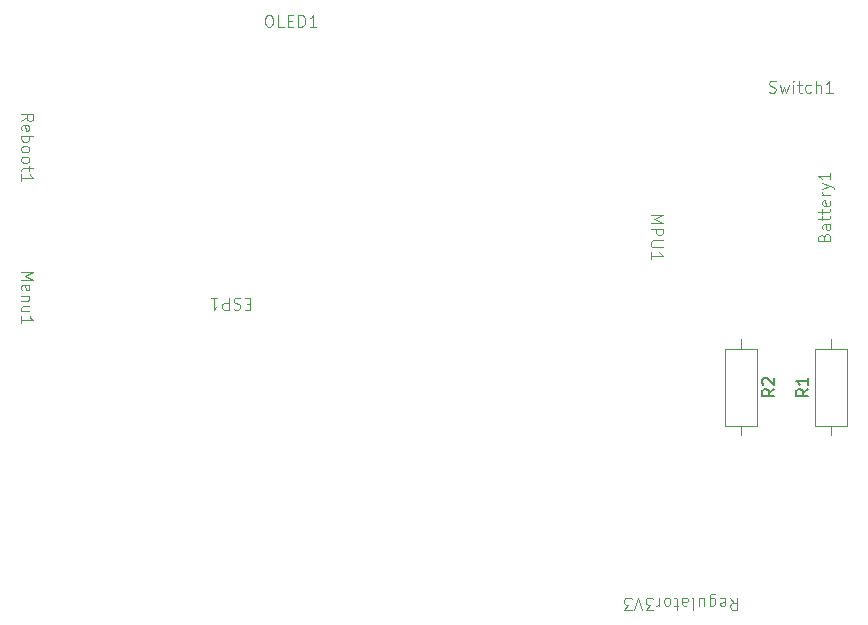
<source format=gbr>
%TF.GenerationSoftware,KiCad,Pcbnew,7.0.8*%
%TF.CreationDate,2025-10-26T01:44:15+02:00*%
%TF.ProjectId,Gyroskopicky-ovladac,4779726f-736b-46f7-9069-636b792d6f76,rev?*%
%TF.SameCoordinates,Original*%
%TF.FileFunction,Legend,Top*%
%TF.FilePolarity,Positive*%
%FSLAX46Y46*%
G04 Gerber Fmt 4.6, Leading zero omitted, Abs format (unit mm)*
G04 Created by KiCad (PCBNEW 7.0.8) date 2025-10-26 01:44:15*
%MOMM*%
%LPD*%
G01*
G04 APERTURE LIST*
%ADD10C,0.100000*%
%ADD11C,0.150000*%
%ADD12C,0.120000*%
G04 APERTURE END LIST*
D10*
X84431428Y-57377419D02*
X84621904Y-57377419D01*
X84621904Y-57377419D02*
X84717142Y-57425038D01*
X84717142Y-57425038D02*
X84812380Y-57520276D01*
X84812380Y-57520276D02*
X84859999Y-57710752D01*
X84859999Y-57710752D02*
X84859999Y-58044085D01*
X84859999Y-58044085D02*
X84812380Y-58234561D01*
X84812380Y-58234561D02*
X84717142Y-58329800D01*
X84717142Y-58329800D02*
X84621904Y-58377419D01*
X84621904Y-58377419D02*
X84431428Y-58377419D01*
X84431428Y-58377419D02*
X84336190Y-58329800D01*
X84336190Y-58329800D02*
X84240952Y-58234561D01*
X84240952Y-58234561D02*
X84193333Y-58044085D01*
X84193333Y-58044085D02*
X84193333Y-57710752D01*
X84193333Y-57710752D02*
X84240952Y-57520276D01*
X84240952Y-57520276D02*
X84336190Y-57425038D01*
X84336190Y-57425038D02*
X84431428Y-57377419D01*
X85764761Y-58377419D02*
X85288571Y-58377419D01*
X85288571Y-58377419D02*
X85288571Y-57377419D01*
X86098095Y-57853609D02*
X86431428Y-57853609D01*
X86574285Y-58377419D02*
X86098095Y-58377419D01*
X86098095Y-58377419D02*
X86098095Y-57377419D01*
X86098095Y-57377419D02*
X86574285Y-57377419D01*
X87002857Y-58377419D02*
X87002857Y-57377419D01*
X87002857Y-57377419D02*
X87240952Y-57377419D01*
X87240952Y-57377419D02*
X87383809Y-57425038D01*
X87383809Y-57425038D02*
X87479047Y-57520276D01*
X87479047Y-57520276D02*
X87526666Y-57615514D01*
X87526666Y-57615514D02*
X87574285Y-57805990D01*
X87574285Y-57805990D02*
X87574285Y-57948847D01*
X87574285Y-57948847D02*
X87526666Y-58139323D01*
X87526666Y-58139323D02*
X87479047Y-58234561D01*
X87479047Y-58234561D02*
X87383809Y-58329800D01*
X87383809Y-58329800D02*
X87240952Y-58377419D01*
X87240952Y-58377419D02*
X87002857Y-58377419D01*
X88526666Y-58377419D02*
X87955238Y-58377419D01*
X88240952Y-58377419D02*
X88240952Y-57377419D01*
X88240952Y-57377419D02*
X88145714Y-57520276D01*
X88145714Y-57520276D02*
X88050476Y-57615514D01*
X88050476Y-57615514D02*
X87955238Y-57663133D01*
D11*
X130164819Y-89066666D02*
X129688628Y-89399999D01*
X130164819Y-89638094D02*
X129164819Y-89638094D01*
X129164819Y-89638094D02*
X129164819Y-89257142D01*
X129164819Y-89257142D02*
X129212438Y-89161904D01*
X129212438Y-89161904D02*
X129260057Y-89114285D01*
X129260057Y-89114285D02*
X129355295Y-89066666D01*
X129355295Y-89066666D02*
X129498152Y-89066666D01*
X129498152Y-89066666D02*
X129593390Y-89114285D01*
X129593390Y-89114285D02*
X129641009Y-89161904D01*
X129641009Y-89161904D02*
X129688628Y-89257142D01*
X129688628Y-89257142D02*
X129688628Y-89638094D01*
X130164819Y-88114285D02*
X130164819Y-88685713D01*
X130164819Y-88399999D02*
X129164819Y-88399999D01*
X129164819Y-88399999D02*
X129307676Y-88495237D01*
X129307676Y-88495237D02*
X129402914Y-88590475D01*
X129402914Y-88590475D02*
X129450533Y-88685713D01*
D10*
X63542580Y-79137143D02*
X64542580Y-79137143D01*
X64542580Y-79137143D02*
X63828295Y-79470476D01*
X63828295Y-79470476D02*
X64542580Y-79803809D01*
X64542580Y-79803809D02*
X63542580Y-79803809D01*
X63590200Y-80660952D02*
X63542580Y-80565714D01*
X63542580Y-80565714D02*
X63542580Y-80375238D01*
X63542580Y-80375238D02*
X63590200Y-80280000D01*
X63590200Y-80280000D02*
X63685438Y-80232381D01*
X63685438Y-80232381D02*
X64066390Y-80232381D01*
X64066390Y-80232381D02*
X64161628Y-80280000D01*
X64161628Y-80280000D02*
X64209247Y-80375238D01*
X64209247Y-80375238D02*
X64209247Y-80565714D01*
X64209247Y-80565714D02*
X64161628Y-80660952D01*
X64161628Y-80660952D02*
X64066390Y-80708571D01*
X64066390Y-80708571D02*
X63971152Y-80708571D01*
X63971152Y-80708571D02*
X63875914Y-80232381D01*
X64209247Y-81137143D02*
X63542580Y-81137143D01*
X64114009Y-81137143D02*
X64161628Y-81184762D01*
X64161628Y-81184762D02*
X64209247Y-81280000D01*
X64209247Y-81280000D02*
X64209247Y-81422857D01*
X64209247Y-81422857D02*
X64161628Y-81518095D01*
X64161628Y-81518095D02*
X64066390Y-81565714D01*
X64066390Y-81565714D02*
X63542580Y-81565714D01*
X64209247Y-82470476D02*
X63542580Y-82470476D01*
X64209247Y-82041905D02*
X63685438Y-82041905D01*
X63685438Y-82041905D02*
X63590200Y-82089524D01*
X63590200Y-82089524D02*
X63542580Y-82184762D01*
X63542580Y-82184762D02*
X63542580Y-82327619D01*
X63542580Y-82327619D02*
X63590200Y-82422857D01*
X63590200Y-82422857D02*
X63637819Y-82470476D01*
X63542580Y-83470476D02*
X63542580Y-82899048D01*
X63542580Y-83184762D02*
X64542580Y-83184762D01*
X64542580Y-83184762D02*
X64399723Y-83089524D01*
X64399723Y-83089524D02*
X64304485Y-82994286D01*
X64304485Y-82994286D02*
X64256866Y-82899048D01*
X126849524Y-63909800D02*
X126992381Y-63957419D01*
X126992381Y-63957419D02*
X127230476Y-63957419D01*
X127230476Y-63957419D02*
X127325714Y-63909800D01*
X127325714Y-63909800D02*
X127373333Y-63862180D01*
X127373333Y-63862180D02*
X127420952Y-63766942D01*
X127420952Y-63766942D02*
X127420952Y-63671704D01*
X127420952Y-63671704D02*
X127373333Y-63576466D01*
X127373333Y-63576466D02*
X127325714Y-63528847D01*
X127325714Y-63528847D02*
X127230476Y-63481228D01*
X127230476Y-63481228D02*
X127040000Y-63433609D01*
X127040000Y-63433609D02*
X126944762Y-63385990D01*
X126944762Y-63385990D02*
X126897143Y-63338371D01*
X126897143Y-63338371D02*
X126849524Y-63243133D01*
X126849524Y-63243133D02*
X126849524Y-63147895D01*
X126849524Y-63147895D02*
X126897143Y-63052657D01*
X126897143Y-63052657D02*
X126944762Y-63005038D01*
X126944762Y-63005038D02*
X127040000Y-62957419D01*
X127040000Y-62957419D02*
X127278095Y-62957419D01*
X127278095Y-62957419D02*
X127420952Y-63005038D01*
X127754286Y-63290752D02*
X127944762Y-63957419D01*
X127944762Y-63957419D02*
X128135238Y-63481228D01*
X128135238Y-63481228D02*
X128325714Y-63957419D01*
X128325714Y-63957419D02*
X128516190Y-63290752D01*
X128897143Y-63957419D02*
X128897143Y-63290752D01*
X128897143Y-62957419D02*
X128849524Y-63005038D01*
X128849524Y-63005038D02*
X128897143Y-63052657D01*
X128897143Y-63052657D02*
X128944762Y-63005038D01*
X128944762Y-63005038D02*
X128897143Y-62957419D01*
X128897143Y-62957419D02*
X128897143Y-63052657D01*
X129230476Y-63290752D02*
X129611428Y-63290752D01*
X129373333Y-62957419D02*
X129373333Y-63814561D01*
X129373333Y-63814561D02*
X129420952Y-63909800D01*
X129420952Y-63909800D02*
X129516190Y-63957419D01*
X129516190Y-63957419D02*
X129611428Y-63957419D01*
X130373333Y-63909800D02*
X130278095Y-63957419D01*
X130278095Y-63957419D02*
X130087619Y-63957419D01*
X130087619Y-63957419D02*
X129992381Y-63909800D01*
X129992381Y-63909800D02*
X129944762Y-63862180D01*
X129944762Y-63862180D02*
X129897143Y-63766942D01*
X129897143Y-63766942D02*
X129897143Y-63481228D01*
X129897143Y-63481228D02*
X129944762Y-63385990D01*
X129944762Y-63385990D02*
X129992381Y-63338371D01*
X129992381Y-63338371D02*
X130087619Y-63290752D01*
X130087619Y-63290752D02*
X130278095Y-63290752D01*
X130278095Y-63290752D02*
X130373333Y-63338371D01*
X130801905Y-63957419D02*
X130801905Y-62957419D01*
X131230476Y-63957419D02*
X131230476Y-63433609D01*
X131230476Y-63433609D02*
X131182857Y-63338371D01*
X131182857Y-63338371D02*
X131087619Y-63290752D01*
X131087619Y-63290752D02*
X130944762Y-63290752D01*
X130944762Y-63290752D02*
X130849524Y-63338371D01*
X130849524Y-63338371D02*
X130801905Y-63385990D01*
X132230476Y-63957419D02*
X131659048Y-63957419D01*
X131944762Y-63957419D02*
X131944762Y-62957419D01*
X131944762Y-62957419D02*
X131849524Y-63100276D01*
X131849524Y-63100276D02*
X131754286Y-63195514D01*
X131754286Y-63195514D02*
X131659048Y-63243133D01*
D11*
X127284819Y-89066666D02*
X126808628Y-89399999D01*
X127284819Y-89638094D02*
X126284819Y-89638094D01*
X126284819Y-89638094D02*
X126284819Y-89257142D01*
X126284819Y-89257142D02*
X126332438Y-89161904D01*
X126332438Y-89161904D02*
X126380057Y-89114285D01*
X126380057Y-89114285D02*
X126475295Y-89066666D01*
X126475295Y-89066666D02*
X126618152Y-89066666D01*
X126618152Y-89066666D02*
X126713390Y-89114285D01*
X126713390Y-89114285D02*
X126761009Y-89161904D01*
X126761009Y-89161904D02*
X126808628Y-89257142D01*
X126808628Y-89257142D02*
X126808628Y-89638094D01*
X126380057Y-88685713D02*
X126332438Y-88638094D01*
X126332438Y-88638094D02*
X126284819Y-88542856D01*
X126284819Y-88542856D02*
X126284819Y-88304761D01*
X126284819Y-88304761D02*
X126332438Y-88209523D01*
X126332438Y-88209523D02*
X126380057Y-88161904D01*
X126380057Y-88161904D02*
X126475295Y-88114285D01*
X126475295Y-88114285D02*
X126570533Y-88114285D01*
X126570533Y-88114285D02*
X126713390Y-88161904D01*
X126713390Y-88161904D02*
X127284819Y-88733332D01*
X127284819Y-88733332D02*
X127284819Y-88114285D01*
D10*
X63542580Y-66341904D02*
X64018771Y-66008571D01*
X63542580Y-65770476D02*
X64542580Y-65770476D01*
X64542580Y-65770476D02*
X64542580Y-66151428D01*
X64542580Y-66151428D02*
X64494961Y-66246666D01*
X64494961Y-66246666D02*
X64447342Y-66294285D01*
X64447342Y-66294285D02*
X64352104Y-66341904D01*
X64352104Y-66341904D02*
X64209247Y-66341904D01*
X64209247Y-66341904D02*
X64114009Y-66294285D01*
X64114009Y-66294285D02*
X64066390Y-66246666D01*
X64066390Y-66246666D02*
X64018771Y-66151428D01*
X64018771Y-66151428D02*
X64018771Y-65770476D01*
X63590200Y-67151428D02*
X63542580Y-67056190D01*
X63542580Y-67056190D02*
X63542580Y-66865714D01*
X63542580Y-66865714D02*
X63590200Y-66770476D01*
X63590200Y-66770476D02*
X63685438Y-66722857D01*
X63685438Y-66722857D02*
X64066390Y-66722857D01*
X64066390Y-66722857D02*
X64161628Y-66770476D01*
X64161628Y-66770476D02*
X64209247Y-66865714D01*
X64209247Y-66865714D02*
X64209247Y-67056190D01*
X64209247Y-67056190D02*
X64161628Y-67151428D01*
X64161628Y-67151428D02*
X64066390Y-67199047D01*
X64066390Y-67199047D02*
X63971152Y-67199047D01*
X63971152Y-67199047D02*
X63875914Y-66722857D01*
X63542580Y-67627619D02*
X64542580Y-67627619D01*
X64161628Y-67627619D02*
X64209247Y-67722857D01*
X64209247Y-67722857D02*
X64209247Y-67913333D01*
X64209247Y-67913333D02*
X64161628Y-68008571D01*
X64161628Y-68008571D02*
X64114009Y-68056190D01*
X64114009Y-68056190D02*
X64018771Y-68103809D01*
X64018771Y-68103809D02*
X63733057Y-68103809D01*
X63733057Y-68103809D02*
X63637819Y-68056190D01*
X63637819Y-68056190D02*
X63590200Y-68008571D01*
X63590200Y-68008571D02*
X63542580Y-67913333D01*
X63542580Y-67913333D02*
X63542580Y-67722857D01*
X63542580Y-67722857D02*
X63590200Y-67627619D01*
X63542580Y-68675238D02*
X63590200Y-68580000D01*
X63590200Y-68580000D02*
X63637819Y-68532381D01*
X63637819Y-68532381D02*
X63733057Y-68484762D01*
X63733057Y-68484762D02*
X64018771Y-68484762D01*
X64018771Y-68484762D02*
X64114009Y-68532381D01*
X64114009Y-68532381D02*
X64161628Y-68580000D01*
X64161628Y-68580000D02*
X64209247Y-68675238D01*
X64209247Y-68675238D02*
X64209247Y-68818095D01*
X64209247Y-68818095D02*
X64161628Y-68913333D01*
X64161628Y-68913333D02*
X64114009Y-68960952D01*
X64114009Y-68960952D02*
X64018771Y-69008571D01*
X64018771Y-69008571D02*
X63733057Y-69008571D01*
X63733057Y-69008571D02*
X63637819Y-68960952D01*
X63637819Y-68960952D02*
X63590200Y-68913333D01*
X63590200Y-68913333D02*
X63542580Y-68818095D01*
X63542580Y-68818095D02*
X63542580Y-68675238D01*
X63542580Y-69580000D02*
X63590200Y-69484762D01*
X63590200Y-69484762D02*
X63637819Y-69437143D01*
X63637819Y-69437143D02*
X63733057Y-69389524D01*
X63733057Y-69389524D02*
X64018771Y-69389524D01*
X64018771Y-69389524D02*
X64114009Y-69437143D01*
X64114009Y-69437143D02*
X64161628Y-69484762D01*
X64161628Y-69484762D02*
X64209247Y-69580000D01*
X64209247Y-69580000D02*
X64209247Y-69722857D01*
X64209247Y-69722857D02*
X64161628Y-69818095D01*
X64161628Y-69818095D02*
X64114009Y-69865714D01*
X64114009Y-69865714D02*
X64018771Y-69913333D01*
X64018771Y-69913333D02*
X63733057Y-69913333D01*
X63733057Y-69913333D02*
X63637819Y-69865714D01*
X63637819Y-69865714D02*
X63590200Y-69818095D01*
X63590200Y-69818095D02*
X63542580Y-69722857D01*
X63542580Y-69722857D02*
X63542580Y-69580000D01*
X64209247Y-70199048D02*
X64209247Y-70580000D01*
X64542580Y-70341905D02*
X63685438Y-70341905D01*
X63685438Y-70341905D02*
X63590200Y-70389524D01*
X63590200Y-70389524D02*
X63542580Y-70484762D01*
X63542580Y-70484762D02*
X63542580Y-70580000D01*
X63542580Y-71437143D02*
X63542580Y-70865715D01*
X63542580Y-71151429D02*
X64542580Y-71151429D01*
X64542580Y-71151429D02*
X64399723Y-71056191D01*
X64399723Y-71056191D02*
X64304485Y-70960953D01*
X64304485Y-70960953D02*
X64256866Y-70865715D01*
X123546667Y-106722580D02*
X123880000Y-107198771D01*
X124118095Y-106722580D02*
X124118095Y-107722580D01*
X124118095Y-107722580D02*
X123737143Y-107722580D01*
X123737143Y-107722580D02*
X123641905Y-107674961D01*
X123641905Y-107674961D02*
X123594286Y-107627342D01*
X123594286Y-107627342D02*
X123546667Y-107532104D01*
X123546667Y-107532104D02*
X123546667Y-107389247D01*
X123546667Y-107389247D02*
X123594286Y-107294009D01*
X123594286Y-107294009D02*
X123641905Y-107246390D01*
X123641905Y-107246390D02*
X123737143Y-107198771D01*
X123737143Y-107198771D02*
X124118095Y-107198771D01*
X122737143Y-106770200D02*
X122832381Y-106722580D01*
X122832381Y-106722580D02*
X123022857Y-106722580D01*
X123022857Y-106722580D02*
X123118095Y-106770200D01*
X123118095Y-106770200D02*
X123165714Y-106865438D01*
X123165714Y-106865438D02*
X123165714Y-107246390D01*
X123165714Y-107246390D02*
X123118095Y-107341628D01*
X123118095Y-107341628D02*
X123022857Y-107389247D01*
X123022857Y-107389247D02*
X122832381Y-107389247D01*
X122832381Y-107389247D02*
X122737143Y-107341628D01*
X122737143Y-107341628D02*
X122689524Y-107246390D01*
X122689524Y-107246390D02*
X122689524Y-107151152D01*
X122689524Y-107151152D02*
X123165714Y-107055914D01*
X121832381Y-107389247D02*
X121832381Y-106579723D01*
X121832381Y-106579723D02*
X121880000Y-106484485D01*
X121880000Y-106484485D02*
X121927619Y-106436866D01*
X121927619Y-106436866D02*
X122022857Y-106389247D01*
X122022857Y-106389247D02*
X122165714Y-106389247D01*
X122165714Y-106389247D02*
X122260952Y-106436866D01*
X121832381Y-106770200D02*
X121927619Y-106722580D01*
X121927619Y-106722580D02*
X122118095Y-106722580D01*
X122118095Y-106722580D02*
X122213333Y-106770200D01*
X122213333Y-106770200D02*
X122260952Y-106817819D01*
X122260952Y-106817819D02*
X122308571Y-106913057D01*
X122308571Y-106913057D02*
X122308571Y-107198771D01*
X122308571Y-107198771D02*
X122260952Y-107294009D01*
X122260952Y-107294009D02*
X122213333Y-107341628D01*
X122213333Y-107341628D02*
X122118095Y-107389247D01*
X122118095Y-107389247D02*
X121927619Y-107389247D01*
X121927619Y-107389247D02*
X121832381Y-107341628D01*
X120927619Y-107389247D02*
X120927619Y-106722580D01*
X121356190Y-107389247D02*
X121356190Y-106865438D01*
X121356190Y-106865438D02*
X121308571Y-106770200D01*
X121308571Y-106770200D02*
X121213333Y-106722580D01*
X121213333Y-106722580D02*
X121070476Y-106722580D01*
X121070476Y-106722580D02*
X120975238Y-106770200D01*
X120975238Y-106770200D02*
X120927619Y-106817819D01*
X120308571Y-106722580D02*
X120403809Y-106770200D01*
X120403809Y-106770200D02*
X120451428Y-106865438D01*
X120451428Y-106865438D02*
X120451428Y-107722580D01*
X119499047Y-106722580D02*
X119499047Y-107246390D01*
X119499047Y-107246390D02*
X119546666Y-107341628D01*
X119546666Y-107341628D02*
X119641904Y-107389247D01*
X119641904Y-107389247D02*
X119832380Y-107389247D01*
X119832380Y-107389247D02*
X119927618Y-107341628D01*
X119499047Y-106770200D02*
X119594285Y-106722580D01*
X119594285Y-106722580D02*
X119832380Y-106722580D01*
X119832380Y-106722580D02*
X119927618Y-106770200D01*
X119927618Y-106770200D02*
X119975237Y-106865438D01*
X119975237Y-106865438D02*
X119975237Y-106960676D01*
X119975237Y-106960676D02*
X119927618Y-107055914D01*
X119927618Y-107055914D02*
X119832380Y-107103533D01*
X119832380Y-107103533D02*
X119594285Y-107103533D01*
X119594285Y-107103533D02*
X119499047Y-107151152D01*
X119165713Y-107389247D02*
X118784761Y-107389247D01*
X119022856Y-107722580D02*
X119022856Y-106865438D01*
X119022856Y-106865438D02*
X118975237Y-106770200D01*
X118975237Y-106770200D02*
X118879999Y-106722580D01*
X118879999Y-106722580D02*
X118784761Y-106722580D01*
X118308570Y-106722580D02*
X118403808Y-106770200D01*
X118403808Y-106770200D02*
X118451427Y-106817819D01*
X118451427Y-106817819D02*
X118499046Y-106913057D01*
X118499046Y-106913057D02*
X118499046Y-107198771D01*
X118499046Y-107198771D02*
X118451427Y-107294009D01*
X118451427Y-107294009D02*
X118403808Y-107341628D01*
X118403808Y-107341628D02*
X118308570Y-107389247D01*
X118308570Y-107389247D02*
X118165713Y-107389247D01*
X118165713Y-107389247D02*
X118070475Y-107341628D01*
X118070475Y-107341628D02*
X118022856Y-107294009D01*
X118022856Y-107294009D02*
X117975237Y-107198771D01*
X117975237Y-107198771D02*
X117975237Y-106913057D01*
X117975237Y-106913057D02*
X118022856Y-106817819D01*
X118022856Y-106817819D02*
X118070475Y-106770200D01*
X118070475Y-106770200D02*
X118165713Y-106722580D01*
X118165713Y-106722580D02*
X118308570Y-106722580D01*
X117546665Y-106722580D02*
X117546665Y-107389247D01*
X117546665Y-107198771D02*
X117499046Y-107294009D01*
X117499046Y-107294009D02*
X117451427Y-107341628D01*
X117451427Y-107341628D02*
X117356189Y-107389247D01*
X117356189Y-107389247D02*
X117260951Y-107389247D01*
X117022855Y-107722580D02*
X116403808Y-107722580D01*
X116403808Y-107722580D02*
X116737141Y-107341628D01*
X116737141Y-107341628D02*
X116594284Y-107341628D01*
X116594284Y-107341628D02*
X116499046Y-107294009D01*
X116499046Y-107294009D02*
X116451427Y-107246390D01*
X116451427Y-107246390D02*
X116403808Y-107151152D01*
X116403808Y-107151152D02*
X116403808Y-106913057D01*
X116403808Y-106913057D02*
X116451427Y-106817819D01*
X116451427Y-106817819D02*
X116499046Y-106770200D01*
X116499046Y-106770200D02*
X116594284Y-106722580D01*
X116594284Y-106722580D02*
X116879998Y-106722580D01*
X116879998Y-106722580D02*
X116975236Y-106770200D01*
X116975236Y-106770200D02*
X117022855Y-106817819D01*
X116118093Y-107722580D02*
X115784760Y-106722580D01*
X115784760Y-106722580D02*
X115451427Y-107722580D01*
X115213331Y-107722580D02*
X114594284Y-107722580D01*
X114594284Y-107722580D02*
X114927617Y-107341628D01*
X114927617Y-107341628D02*
X114784760Y-107341628D01*
X114784760Y-107341628D02*
X114689522Y-107294009D01*
X114689522Y-107294009D02*
X114641903Y-107246390D01*
X114641903Y-107246390D02*
X114594284Y-107151152D01*
X114594284Y-107151152D02*
X114594284Y-106913057D01*
X114594284Y-106913057D02*
X114641903Y-106817819D01*
X114641903Y-106817819D02*
X114689522Y-106770200D01*
X114689522Y-106770200D02*
X114784760Y-106722580D01*
X114784760Y-106722580D02*
X115070474Y-106722580D01*
X115070474Y-106722580D02*
X115165712Y-106770200D01*
X115165712Y-106770200D02*
X115213331Y-106817819D01*
X82946666Y-81846390D02*
X82613333Y-81846390D01*
X82470476Y-81322580D02*
X82946666Y-81322580D01*
X82946666Y-81322580D02*
X82946666Y-82322580D01*
X82946666Y-82322580D02*
X82470476Y-82322580D01*
X82089523Y-81370200D02*
X81946666Y-81322580D01*
X81946666Y-81322580D02*
X81708571Y-81322580D01*
X81708571Y-81322580D02*
X81613333Y-81370200D01*
X81613333Y-81370200D02*
X81565714Y-81417819D01*
X81565714Y-81417819D02*
X81518095Y-81513057D01*
X81518095Y-81513057D02*
X81518095Y-81608295D01*
X81518095Y-81608295D02*
X81565714Y-81703533D01*
X81565714Y-81703533D02*
X81613333Y-81751152D01*
X81613333Y-81751152D02*
X81708571Y-81798771D01*
X81708571Y-81798771D02*
X81899047Y-81846390D01*
X81899047Y-81846390D02*
X81994285Y-81894009D01*
X81994285Y-81894009D02*
X82041904Y-81941628D01*
X82041904Y-81941628D02*
X82089523Y-82036866D01*
X82089523Y-82036866D02*
X82089523Y-82132104D01*
X82089523Y-82132104D02*
X82041904Y-82227342D01*
X82041904Y-82227342D02*
X81994285Y-82274961D01*
X81994285Y-82274961D02*
X81899047Y-82322580D01*
X81899047Y-82322580D02*
X81660952Y-82322580D01*
X81660952Y-82322580D02*
X81518095Y-82274961D01*
X81089523Y-81322580D02*
X81089523Y-82322580D01*
X81089523Y-82322580D02*
X80708571Y-82322580D01*
X80708571Y-82322580D02*
X80613333Y-82274961D01*
X80613333Y-82274961D02*
X80565714Y-82227342D01*
X80565714Y-82227342D02*
X80518095Y-82132104D01*
X80518095Y-82132104D02*
X80518095Y-81989247D01*
X80518095Y-81989247D02*
X80565714Y-81894009D01*
X80565714Y-81894009D02*
X80613333Y-81846390D01*
X80613333Y-81846390D02*
X80708571Y-81798771D01*
X80708571Y-81798771D02*
X81089523Y-81798771D01*
X79565714Y-81322580D02*
X80137142Y-81322580D01*
X79851428Y-81322580D02*
X79851428Y-82322580D01*
X79851428Y-82322580D02*
X79946666Y-82179723D01*
X79946666Y-82179723D02*
X80041904Y-82084485D01*
X80041904Y-82084485D02*
X80137142Y-82036866D01*
X116842580Y-74326667D02*
X117842580Y-74326667D01*
X117842580Y-74326667D02*
X117128295Y-74660000D01*
X117128295Y-74660000D02*
X117842580Y-74993333D01*
X117842580Y-74993333D02*
X116842580Y-74993333D01*
X116842580Y-75469524D02*
X117842580Y-75469524D01*
X117842580Y-75469524D02*
X117842580Y-75850476D01*
X117842580Y-75850476D02*
X117794961Y-75945714D01*
X117794961Y-75945714D02*
X117747342Y-75993333D01*
X117747342Y-75993333D02*
X117652104Y-76040952D01*
X117652104Y-76040952D02*
X117509247Y-76040952D01*
X117509247Y-76040952D02*
X117414009Y-75993333D01*
X117414009Y-75993333D02*
X117366390Y-75945714D01*
X117366390Y-75945714D02*
X117318771Y-75850476D01*
X117318771Y-75850476D02*
X117318771Y-75469524D01*
X117842580Y-76469524D02*
X117033057Y-76469524D01*
X117033057Y-76469524D02*
X116937819Y-76517143D01*
X116937819Y-76517143D02*
X116890200Y-76564762D01*
X116890200Y-76564762D02*
X116842580Y-76660000D01*
X116842580Y-76660000D02*
X116842580Y-76850476D01*
X116842580Y-76850476D02*
X116890200Y-76945714D01*
X116890200Y-76945714D02*
X116937819Y-76993333D01*
X116937819Y-76993333D02*
X117033057Y-77040952D01*
X117033057Y-77040952D02*
X117842580Y-77040952D01*
X116842580Y-78040952D02*
X116842580Y-77469524D01*
X116842580Y-77755238D02*
X117842580Y-77755238D01*
X117842580Y-77755238D02*
X117699723Y-77660000D01*
X117699723Y-77660000D02*
X117604485Y-77564762D01*
X117604485Y-77564762D02*
X117556866Y-77469524D01*
X131513609Y-76207619D02*
X131561228Y-76064762D01*
X131561228Y-76064762D02*
X131608847Y-76017143D01*
X131608847Y-76017143D02*
X131704085Y-75969524D01*
X131704085Y-75969524D02*
X131846942Y-75969524D01*
X131846942Y-75969524D02*
X131942180Y-76017143D01*
X131942180Y-76017143D02*
X131989800Y-76064762D01*
X131989800Y-76064762D02*
X132037419Y-76160000D01*
X132037419Y-76160000D02*
X132037419Y-76540952D01*
X132037419Y-76540952D02*
X131037419Y-76540952D01*
X131037419Y-76540952D02*
X131037419Y-76207619D01*
X131037419Y-76207619D02*
X131085038Y-76112381D01*
X131085038Y-76112381D02*
X131132657Y-76064762D01*
X131132657Y-76064762D02*
X131227895Y-76017143D01*
X131227895Y-76017143D02*
X131323133Y-76017143D01*
X131323133Y-76017143D02*
X131418371Y-76064762D01*
X131418371Y-76064762D02*
X131465990Y-76112381D01*
X131465990Y-76112381D02*
X131513609Y-76207619D01*
X131513609Y-76207619D02*
X131513609Y-76540952D01*
X132037419Y-75112381D02*
X131513609Y-75112381D01*
X131513609Y-75112381D02*
X131418371Y-75160000D01*
X131418371Y-75160000D02*
X131370752Y-75255238D01*
X131370752Y-75255238D02*
X131370752Y-75445714D01*
X131370752Y-75445714D02*
X131418371Y-75540952D01*
X131989800Y-75112381D02*
X132037419Y-75207619D01*
X132037419Y-75207619D02*
X132037419Y-75445714D01*
X132037419Y-75445714D02*
X131989800Y-75540952D01*
X131989800Y-75540952D02*
X131894561Y-75588571D01*
X131894561Y-75588571D02*
X131799323Y-75588571D01*
X131799323Y-75588571D02*
X131704085Y-75540952D01*
X131704085Y-75540952D02*
X131656466Y-75445714D01*
X131656466Y-75445714D02*
X131656466Y-75207619D01*
X131656466Y-75207619D02*
X131608847Y-75112381D01*
X131370752Y-74779047D02*
X131370752Y-74398095D01*
X131037419Y-74636190D02*
X131894561Y-74636190D01*
X131894561Y-74636190D02*
X131989800Y-74588571D01*
X131989800Y-74588571D02*
X132037419Y-74493333D01*
X132037419Y-74493333D02*
X132037419Y-74398095D01*
X131370752Y-74207618D02*
X131370752Y-73826666D01*
X131037419Y-74064761D02*
X131894561Y-74064761D01*
X131894561Y-74064761D02*
X131989800Y-74017142D01*
X131989800Y-74017142D02*
X132037419Y-73921904D01*
X132037419Y-73921904D02*
X132037419Y-73826666D01*
X131989800Y-73112380D02*
X132037419Y-73207618D01*
X132037419Y-73207618D02*
X132037419Y-73398094D01*
X132037419Y-73398094D02*
X131989800Y-73493332D01*
X131989800Y-73493332D02*
X131894561Y-73540951D01*
X131894561Y-73540951D02*
X131513609Y-73540951D01*
X131513609Y-73540951D02*
X131418371Y-73493332D01*
X131418371Y-73493332D02*
X131370752Y-73398094D01*
X131370752Y-73398094D02*
X131370752Y-73207618D01*
X131370752Y-73207618D02*
X131418371Y-73112380D01*
X131418371Y-73112380D02*
X131513609Y-73064761D01*
X131513609Y-73064761D02*
X131608847Y-73064761D01*
X131608847Y-73064761D02*
X131704085Y-73540951D01*
X132037419Y-72636189D02*
X131370752Y-72636189D01*
X131561228Y-72636189D02*
X131465990Y-72588570D01*
X131465990Y-72588570D02*
X131418371Y-72540951D01*
X131418371Y-72540951D02*
X131370752Y-72445713D01*
X131370752Y-72445713D02*
X131370752Y-72350475D01*
X131370752Y-72112379D02*
X132037419Y-71874284D01*
X131370752Y-71636189D02*
X132037419Y-71874284D01*
X132037419Y-71874284D02*
X132275514Y-71969522D01*
X132275514Y-71969522D02*
X132323133Y-72017141D01*
X132323133Y-72017141D02*
X132370752Y-72112379D01*
X132037419Y-70731427D02*
X132037419Y-71302855D01*
X132037419Y-71017141D02*
X131037419Y-71017141D01*
X131037419Y-71017141D02*
X131180276Y-71112379D01*
X131180276Y-71112379D02*
X131275514Y-71207617D01*
X131275514Y-71207617D02*
X131323133Y-71302855D01*
D12*
%TO.C,R1*%
X132080000Y-92940000D02*
X132080000Y-92170000D01*
X130710000Y-92170000D02*
X133450000Y-92170000D01*
X133450000Y-92170000D02*
X133450000Y-85630000D01*
X130710000Y-85630000D02*
X130710000Y-92170000D01*
X133450000Y-85630000D02*
X130710000Y-85630000D01*
X132080000Y-84860000D02*
X132080000Y-85630000D01*
%TO.C,R2*%
X124460000Y-84860000D02*
X124460000Y-85630000D01*
X125830000Y-85630000D02*
X123090000Y-85630000D01*
X123090000Y-85630000D02*
X123090000Y-92170000D01*
X125830000Y-92170000D02*
X125830000Y-85630000D01*
X123090000Y-92170000D02*
X125830000Y-92170000D01*
X124460000Y-92940000D02*
X124460000Y-92170000D01*
%TD*%
M02*

</source>
